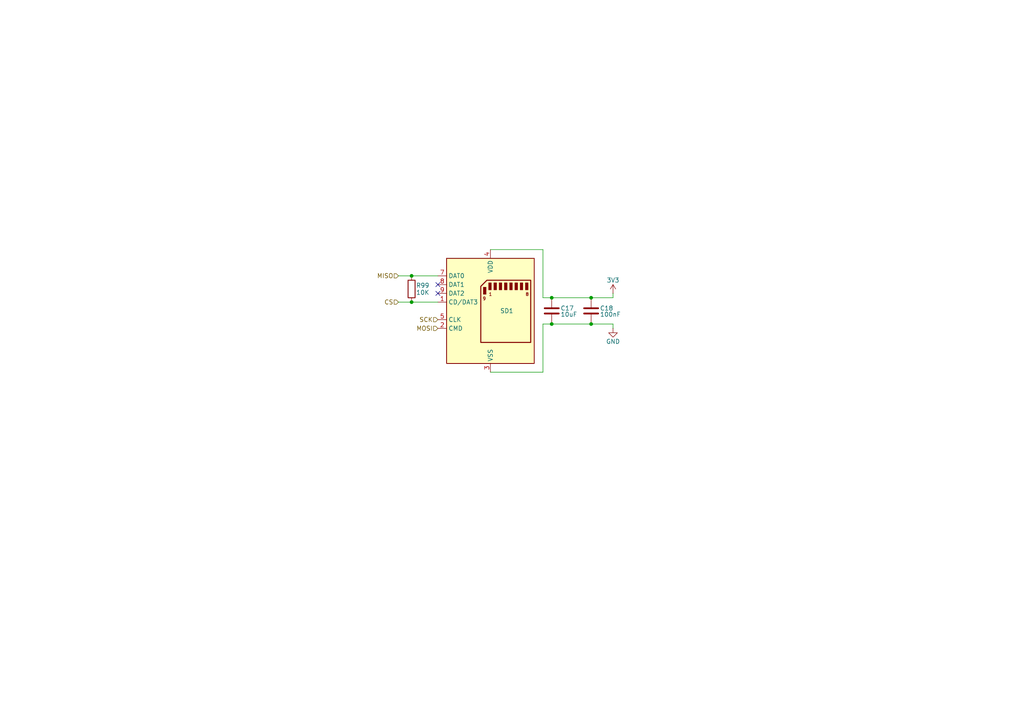
<source format=kicad_sch>
(kicad_sch
	(version 20250114)
	(generator "eeschema")
	(generator_version "9.0")
	(uuid "63fd3670-e1e3-49c5-9572-7907878f3036")
	(paper "A4")
	(lib_symbols
		(symbol "Connector:SD_Card_Device"
			(exclude_from_sim no)
			(in_bom yes)
			(on_board yes)
			(property "Reference" "J"
				(at -11.938 17.018 0)
				(effects
					(font
						(size 1.27 1.27)
					)
				)
			)
			(property "Value" "SD_Card_Device"
				(at 9.144 -17.272 0)
				(effects
					(font
						(size 1.27 1.27)
					)
				)
			)
			(property "Footprint" ""
				(at 0 0 0)
				(effects
					(font
						(size 1.27 1.27)
					)
					(hide yes)
				)
			)
			(property "Datasheet" "http://www.convict.lu/pdf/ProdManualSDCardv1.9.pdf"
				(at 0 0 0)
				(effects
					(font
						(size 1.27 1.27)
					)
					(hide yes)
				)
			)
			(property "Description" "SD card device/card"
				(at 0 0 0)
				(effects
					(font
						(size 1.27 1.27)
					)
					(hide yes)
				)
			)
			(property "ki_keywords" "connector SD"
				(at 0 0 0)
				(effects
					(font
						(size 1.27 1.27)
					)
					(hide yes)
				)
			)
			(property "ki_fp_filters" "SD*Device*"
				(at 0 0 0)
				(effects
					(font
						(size 1.27 1.27)
					)
					(hide yes)
				)
			)
			(symbol "SD_Card_Device_0_1"
				(rectangle
					(start -2.032 6.858)
					(end -1.27 4.826)
					(stroke
						(width 0)
						(type default)
					)
					(fill
						(type outline)
					)
				)
				(rectangle
					(start -0.508 8.128)
					(end 0.254 6.096)
					(stroke
						(width 0)
						(type default)
					)
					(fill
						(type outline)
					)
				)
				(rectangle
					(start 1.016 8.128)
					(end 1.778 6.096)
					(stroke
						(width 0)
						(type default)
					)
					(fill
						(type outline)
					)
				)
				(rectangle
					(start 2.54 8.128)
					(end 3.302 6.096)
					(stroke
						(width 0)
						(type default)
					)
					(fill
						(type outline)
					)
				)
				(rectangle
					(start 4.064 8.128)
					(end 4.826 6.096)
					(stroke
						(width 0)
						(type default)
					)
					(fill
						(type outline)
					)
				)
				(rectangle
					(start 5.588 8.128)
					(end 6.35 6.096)
					(stroke
						(width 0)
						(type default)
					)
					(fill
						(type outline)
					)
				)
				(rectangle
					(start 7.112 8.128)
					(end 7.874 6.096)
					(stroke
						(width 0)
						(type default)
					)
					(fill
						(type outline)
					)
				)
				(rectangle
					(start 8.636 8.128)
					(end 9.398 6.096)
					(stroke
						(width 0)
						(type default)
					)
					(fill
						(type outline)
					)
				)
				(rectangle
					(start 10.16 8.128)
					(end 10.922 6.096)
					(stroke
						(width 0)
						(type default)
					)
					(fill
						(type outline)
					)
				)
			)
			(symbol "SD_Card_Device_1_1"
				(rectangle
					(start -12.7 15.24)
					(end 12.7 -15.24)
					(stroke
						(width 0.254)
						(type default)
					)
					(fill
						(type background)
					)
				)
				(polyline
					(pts
						(xy -1.016 8.89) (xy 11.684 8.89) (xy 11.684 -9.144) (xy -2.794 -9.144) (xy -2.794 7.112) (xy -1.016 8.89)
					)
					(stroke
						(width 0.3)
						(type default)
					)
					(fill
						(type none)
					)
				)
				(text "9"
					(at -1.778 3.556 0)
					(effects
						(font
							(size 0.9 0.9)
						)
					)
				)
				(text "1"
					(at 0 4.826 0)
					(effects
						(font
							(size 0.9 0.9)
						)
					)
				)
				(text "8"
					(at 10.668 4.826 0)
					(effects
						(font
							(size 0.9 0.9)
						)
					)
				)
				(pin bidirectional line
					(at -15.24 10.16 0)
					(length 2.54)
					(name "DAT0"
						(effects
							(font
								(size 1.27 1.27)
							)
						)
					)
					(number "7"
						(effects
							(font
								(size 1.27 1.27)
							)
						)
					)
				)
				(pin bidirectional line
					(at -15.24 7.62 0)
					(length 2.54)
					(name "DAT1"
						(effects
							(font
								(size 1.27 1.27)
							)
						)
					)
					(number "8"
						(effects
							(font
								(size 1.27 1.27)
							)
						)
					)
				)
				(pin bidirectional line
					(at -15.24 5.08 0)
					(length 2.54)
					(name "DAT2"
						(effects
							(font
								(size 1.27 1.27)
							)
						)
					)
					(number "9"
						(effects
							(font
								(size 1.27 1.27)
							)
						)
					)
				)
				(pin bidirectional line
					(at -15.24 2.54 0)
					(length 2.54)
					(name "CD/DAT3"
						(effects
							(font
								(size 1.27 1.27)
							)
						)
					)
					(number "1"
						(effects
							(font
								(size 1.27 1.27)
							)
						)
					)
				)
				(pin input line
					(at -15.24 -2.54 0)
					(length 2.54)
					(name "CLK"
						(effects
							(font
								(size 1.27 1.27)
							)
						)
					)
					(number "5"
						(effects
							(font
								(size 1.27 1.27)
							)
						)
					)
				)
				(pin bidirectional line
					(at -15.24 -5.08 0)
					(length 2.54)
					(name "CMD"
						(effects
							(font
								(size 1.27 1.27)
							)
						)
					)
					(number "2"
						(effects
							(font
								(size 1.27 1.27)
							)
						)
					)
				)
				(pin power_in line
					(at 0 17.78 270)
					(length 2.54)
					(name "VDD"
						(effects
							(font
								(size 1.27 1.27)
							)
						)
					)
					(number "4"
						(effects
							(font
								(size 1.27 1.27)
							)
						)
					)
				)
				(pin power_in line
					(at 0 -17.78 90)
					(length 2.54)
					(name "VSS"
						(effects
							(font
								(size 1.27 1.27)
							)
						)
					)
					(number "3"
						(effects
							(font
								(size 1.27 1.27)
							)
						)
					)
				)
				(pin passive line
					(at 0 -17.78 90)
					(length 2.54)
					(hide yes)
					(name "VSS"
						(effects
							(font
								(size 1.27 1.27)
							)
						)
					)
					(number "6"
						(effects
							(font
								(size 1.27 1.27)
							)
						)
					)
				)
			)
			(embedded_fonts no)
		)
		(symbol "Device:C"
			(pin_numbers
				(hide yes)
			)
			(pin_names
				(offset 0.254)
			)
			(exclude_from_sim no)
			(in_bom yes)
			(on_board yes)
			(property "Reference" "C"
				(at 0.635 2.54 0)
				(effects
					(font
						(size 1.27 1.27)
					)
					(justify left)
				)
			)
			(property "Value" "C"
				(at 0.635 -2.54 0)
				(effects
					(font
						(size 1.27 1.27)
					)
					(justify left)
				)
			)
			(property "Footprint" ""
				(at 0.9652 -3.81 0)
				(effects
					(font
						(size 1.27 1.27)
					)
					(hide yes)
				)
			)
			(property "Datasheet" "~"
				(at 0 0 0)
				(effects
					(font
						(size 1.27 1.27)
					)
					(hide yes)
				)
			)
			(property "Description" "Unpolarized capacitor"
				(at 0 0 0)
				(effects
					(font
						(size 1.27 1.27)
					)
					(hide yes)
				)
			)
			(property "ki_keywords" "cap capacitor"
				(at 0 0 0)
				(effects
					(font
						(size 1.27 1.27)
					)
					(hide yes)
				)
			)
			(property "ki_fp_filters" "C_*"
				(at 0 0 0)
				(effects
					(font
						(size 1.27 1.27)
					)
					(hide yes)
				)
			)
			(symbol "C_0_1"
				(polyline
					(pts
						(xy -2.032 0.762) (xy 2.032 0.762)
					)
					(stroke
						(width 0.508)
						(type default)
					)
					(fill
						(type none)
					)
				)
				(polyline
					(pts
						(xy -2.032 -0.762) (xy 2.032 -0.762)
					)
					(stroke
						(width 0.508)
						(type default)
					)
					(fill
						(type none)
					)
				)
			)
			(symbol "C_1_1"
				(pin passive line
					(at 0 3.81 270)
					(length 2.794)
					(name "~"
						(effects
							(font
								(size 1.27 1.27)
							)
						)
					)
					(number "1"
						(effects
							(font
								(size 1.27 1.27)
							)
						)
					)
				)
				(pin passive line
					(at 0 -3.81 90)
					(length 2.794)
					(name "~"
						(effects
							(font
								(size 1.27 1.27)
							)
						)
					)
					(number "2"
						(effects
							(font
								(size 1.27 1.27)
							)
						)
					)
				)
			)
			(embedded_fonts no)
		)
		(symbol "Device:R"
			(pin_numbers
				(hide yes)
			)
			(pin_names
				(offset 0)
			)
			(exclude_from_sim no)
			(in_bom yes)
			(on_board yes)
			(property "Reference" "R"
				(at 2.032 0 90)
				(effects
					(font
						(size 1.27 1.27)
					)
				)
			)
			(property "Value" "R"
				(at 0 0 90)
				(effects
					(font
						(size 1.27 1.27)
					)
				)
			)
			(property "Footprint" ""
				(at -1.778 0 90)
				(effects
					(font
						(size 1.27 1.27)
					)
					(hide yes)
				)
			)
			(property "Datasheet" "~"
				(at 0 0 0)
				(effects
					(font
						(size 1.27 1.27)
					)
					(hide yes)
				)
			)
			(property "Description" "Resistor"
				(at 0 0 0)
				(effects
					(font
						(size 1.27 1.27)
					)
					(hide yes)
				)
			)
			(property "ki_keywords" "R res resistor"
				(at 0 0 0)
				(effects
					(font
						(size 1.27 1.27)
					)
					(hide yes)
				)
			)
			(property "ki_fp_filters" "R_*"
				(at 0 0 0)
				(effects
					(font
						(size 1.27 1.27)
					)
					(hide yes)
				)
			)
			(symbol "R_0_1"
				(rectangle
					(start -1.016 -2.54)
					(end 1.016 2.54)
					(stroke
						(width 0.254)
						(type default)
					)
					(fill
						(type none)
					)
				)
			)
			(symbol "R_1_1"
				(pin passive line
					(at 0 3.81 270)
					(length 1.27)
					(name "~"
						(effects
							(font
								(size 1.27 1.27)
							)
						)
					)
					(number "1"
						(effects
							(font
								(size 1.27 1.27)
							)
						)
					)
				)
				(pin passive line
					(at 0 -3.81 90)
					(length 1.27)
					(name "~"
						(effects
							(font
								(size 1.27 1.27)
							)
						)
					)
					(number "2"
						(effects
							(font
								(size 1.27 1.27)
							)
						)
					)
				)
			)
			(embedded_fonts no)
		)
		(symbol "power:GND"
			(power)
			(pin_numbers
				(hide yes)
			)
			(pin_names
				(offset 0)
				(hide yes)
			)
			(exclude_from_sim no)
			(in_bom yes)
			(on_board yes)
			(property "Reference" "#PWR"
				(at 0 -6.35 0)
				(effects
					(font
						(size 1.27 1.27)
					)
					(hide yes)
				)
			)
			(property "Value" "GND"
				(at 0 -3.81 0)
				(effects
					(font
						(size 1.27 1.27)
					)
				)
			)
			(property "Footprint" ""
				(at 0 0 0)
				(effects
					(font
						(size 1.27 1.27)
					)
					(hide yes)
				)
			)
			(property "Datasheet" ""
				(at 0 0 0)
				(effects
					(font
						(size 1.27 1.27)
					)
					(hide yes)
				)
			)
			(property "Description" "Power symbol creates a global label with name \"GND\" , ground"
				(at 0 0 0)
				(effects
					(font
						(size 1.27 1.27)
					)
					(hide yes)
				)
			)
			(property "ki_keywords" "global power"
				(at 0 0 0)
				(effects
					(font
						(size 1.27 1.27)
					)
					(hide yes)
				)
			)
			(symbol "GND_0_1"
				(polyline
					(pts
						(xy 0 0) (xy 0 -1.27) (xy 1.27 -1.27) (xy 0 -2.54) (xy -1.27 -1.27) (xy 0 -1.27)
					)
					(stroke
						(width 0)
						(type default)
					)
					(fill
						(type none)
					)
				)
			)
			(symbol "GND_1_1"
				(pin power_in line
					(at 0 0 270)
					(length 0)
					(name "~"
						(effects
							(font
								(size 1.27 1.27)
							)
						)
					)
					(number "1"
						(effects
							(font
								(size 1.27 1.27)
							)
						)
					)
				)
			)
			(embedded_fonts no)
		)
		(symbol "power:VCC"
			(power)
			(pin_numbers
				(hide yes)
			)
			(pin_names
				(offset 0)
				(hide yes)
			)
			(exclude_from_sim no)
			(in_bom yes)
			(on_board yes)
			(property "Reference" "#PWR"
				(at 0 -3.81 0)
				(effects
					(font
						(size 1.27 1.27)
					)
					(hide yes)
				)
			)
			(property "Value" "VCC"
				(at 0 3.556 0)
				(effects
					(font
						(size 1.27 1.27)
					)
				)
			)
			(property "Footprint" ""
				(at 0 0 0)
				(effects
					(font
						(size 1.27 1.27)
					)
					(hide yes)
				)
			)
			(property "Datasheet" ""
				(at 0 0 0)
				(effects
					(font
						(size 1.27 1.27)
					)
					(hide yes)
				)
			)
			(property "Description" "Power symbol creates a global label with name \"VCC\""
				(at 0 0 0)
				(effects
					(font
						(size 1.27 1.27)
					)
					(hide yes)
				)
			)
			(property "ki_keywords" "global power"
				(at 0 0 0)
				(effects
					(font
						(size 1.27 1.27)
					)
					(hide yes)
				)
			)
			(symbol "VCC_0_1"
				(polyline
					(pts
						(xy -0.762 1.27) (xy 0 2.54)
					)
					(stroke
						(width 0)
						(type default)
					)
					(fill
						(type none)
					)
				)
				(polyline
					(pts
						(xy 0 2.54) (xy 0.762 1.27)
					)
					(stroke
						(width 0)
						(type default)
					)
					(fill
						(type none)
					)
				)
				(polyline
					(pts
						(xy 0 0) (xy 0 2.54)
					)
					(stroke
						(width 0)
						(type default)
					)
					(fill
						(type none)
					)
				)
			)
			(symbol "VCC_1_1"
				(pin power_in line
					(at 0 0 90)
					(length 0)
					(name "~"
						(effects
							(font
								(size 1.27 1.27)
							)
						)
					)
					(number "1"
						(effects
							(font
								(size 1.27 1.27)
							)
						)
					)
				)
			)
			(embedded_fonts no)
		)
	)
	(junction
		(at 171.45 86.36)
		(diameter 0)
		(color 0 0 0 0)
		(uuid "2e8248aa-6535-4b96-89fc-e4d1700c80b6")
	)
	(junction
		(at 171.45 93.98)
		(diameter 0)
		(color 0 0 0 0)
		(uuid "3f16a081-7ba1-4b64-8305-a3646586a83f")
	)
	(junction
		(at 160.02 86.36)
		(diameter 0)
		(color 0 0 0 0)
		(uuid "935ebead-ab03-4ab0-9da0-6ca2803a1cc4")
	)
	(junction
		(at 160.02 93.98)
		(diameter 0)
		(color 0 0 0 0)
		(uuid "9651a1bf-e005-49a5-9382-a441b5b333a7")
	)
	(junction
		(at 119.38 87.63)
		(diameter 0)
		(color 0 0 0 0)
		(uuid "baa173e5-ea30-454c-911a-5afaaa06559a")
	)
	(junction
		(at 119.38 80.01)
		(diameter 0)
		(color 0 0 0 0)
		(uuid "f5218738-05d7-418e-a532-6d410ba946d7")
	)
	(no_connect
		(at 127 85.09)
		(uuid "4a8f9501-2f98-458f-8003-590cfc7c43ec")
	)
	(no_connect
		(at 127 82.55)
		(uuid "f03bb685-8c11-48fd-ad9d-914493aefb2a")
	)
	(wire
		(pts
			(xy 177.8 95.25) (xy 177.8 93.98)
		)
		(stroke
			(width 0)
			(type default)
		)
		(uuid "06e0e6a5-e69f-4b12-a095-8f112ec24021")
	)
	(wire
		(pts
			(xy 177.8 86.36) (xy 171.45 86.36)
		)
		(stroke
			(width 0)
			(type default)
		)
		(uuid "0a2e71a5-1d0e-4c0c-a259-e93957748efc")
	)
	(wire
		(pts
			(xy 171.45 93.98) (xy 160.02 93.98)
		)
		(stroke
			(width 0)
			(type default)
		)
		(uuid "12b80dc5-3475-4d4c-83d7-8fd1ef811608")
	)
	(wire
		(pts
			(xy 157.48 72.39) (xy 157.48 86.36)
		)
		(stroke
			(width 0)
			(type default)
		)
		(uuid "182dc8da-573b-4163-bed6-8abd4120060c")
	)
	(wire
		(pts
			(xy 119.38 80.01) (xy 127 80.01)
		)
		(stroke
			(width 0)
			(type default)
		)
		(uuid "41a56295-bdca-4ac5-84a5-2aaa88a75f22")
	)
	(wire
		(pts
			(xy 177.8 93.98) (xy 171.45 93.98)
		)
		(stroke
			(width 0)
			(type default)
		)
		(uuid "66686a58-cc23-4cc5-9ee2-ca1c085fc5aa")
	)
	(wire
		(pts
			(xy 171.45 86.36) (xy 160.02 86.36)
		)
		(stroke
			(width 0)
			(type default)
		)
		(uuid "6a57dddb-1774-4326-ac43-c92eb63fa4ba")
	)
	(wire
		(pts
			(xy 115.57 80.01) (xy 119.38 80.01)
		)
		(stroke
			(width 0)
			(type default)
		)
		(uuid "83ff323b-7103-4d7d-83f4-58ef85201b29")
	)
	(wire
		(pts
			(xy 160.02 86.36) (xy 157.48 86.36)
		)
		(stroke
			(width 0)
			(type default)
		)
		(uuid "8882a5e2-10e1-4012-89b1-2e1d15f2d247")
	)
	(wire
		(pts
			(xy 119.38 87.63) (xy 127 87.63)
		)
		(stroke
			(width 0)
			(type default)
		)
		(uuid "8f673b50-8706-4a2e-997f-a5ba2e874be0")
	)
	(wire
		(pts
			(xy 160.02 93.98) (xy 157.48 93.98)
		)
		(stroke
			(width 0)
			(type default)
		)
		(uuid "a4188b31-3552-4a22-ab45-fa9a89491d43")
	)
	(wire
		(pts
			(xy 157.48 93.98) (xy 157.48 107.95)
		)
		(stroke
			(width 0)
			(type default)
		)
		(uuid "b9ae456c-e782-417a-b98a-f7da617e1bc2")
	)
	(wire
		(pts
			(xy 115.57 87.63) (xy 119.38 87.63)
		)
		(stroke
			(width 0)
			(type default)
		)
		(uuid "bdcc6fcb-3491-42ae-880b-e7e9abcb2867")
	)
	(wire
		(pts
			(xy 157.48 107.95) (xy 142.24 107.95)
		)
		(stroke
			(width 0)
			(type default)
		)
		(uuid "ce441a6a-455f-4ffd-9a75-ada6d51003b0")
	)
	(wire
		(pts
			(xy 177.8 85.09) (xy 177.8 86.36)
		)
		(stroke
			(width 0)
			(type default)
		)
		(uuid "d7912651-e5a9-4106-b147-5e846bed0ec9")
	)
	(wire
		(pts
			(xy 142.24 72.39) (xy 157.48 72.39)
		)
		(stroke
			(width 0)
			(type default)
		)
		(uuid "d9de40db-b9ef-4211-9fc7-cf10c6560200")
	)
	(hierarchical_label "MOSI"
		(shape input)
		(at 127 95.25 180)
		(effects
			(font
				(size 1.27 1.27)
			)
			(justify right)
		)
		(uuid "5698fef7-f02e-48b6-91d2-7312733bfc1f")
	)
	(hierarchical_label "SCK"
		(shape input)
		(at 127 92.71 180)
		(effects
			(font
				(size 1.27 1.27)
			)
			(justify right)
		)
		(uuid "5698fef7-f02e-48b6-91d2-7312733bfc20")
	)
	(hierarchical_label "CS"
		(shape input)
		(at 115.57 87.63 180)
		(effects
			(font
				(size 1.27 1.27)
			)
			(justify right)
		)
		(uuid "5698fef7-f02e-48b6-91d2-7312733bfc21")
	)
	(hierarchical_label "MISO"
		(shape input)
		(at 115.57 80.01 180)
		(effects
			(font
				(size 1.27 1.27)
			)
			(justify right)
		)
		(uuid "5698fef7-f02e-48b6-91d2-7312733bfc22")
	)
	(symbol
		(lib_id "power:VCC")
		(at 177.8 85.09 0)
		(unit 1)
		(exclude_from_sim no)
		(in_bom yes)
		(on_board yes)
		(dnp no)
		(uuid "313b1fde-e2bb-43a1-af26-c5c2bbc0b952")
		(property "Reference" "#PWR020"
			(at 177.8 88.9 0)
			(effects
				(font
					(size 1.27 1.27)
				)
				(hide yes)
			)
		)
		(property "Value" "3V3"
			(at 177.8 81.28 0)
			(effects
				(font
					(size 1.27 1.27)
				)
			)
		)
		(property "Footprint" ""
			(at 177.8 85.09 0)
			(effects
				(font
					(size 1.27 1.27)
				)
				(hide yes)
			)
		)
		(property "Datasheet" ""
			(at 177.8 85.09 0)
			(effects
				(font
					(size 1.27 1.27)
				)
				(hide yes)
			)
		)
		(property "Description" "Power symbol creates a global label with name \"VCC\""
			(at 177.8 85.09 0)
			(effects
				(font
					(size 1.27 1.27)
				)
				(hide yes)
			)
		)
		(pin "1"
			(uuid "a7cd71c5-81a9-42eb-a1d2-638dd64ed482")
		)
		(instances
			(project "car"
				(path "/d4bcaa97-404f-4040-88d9-84162ce8c00c/8bf896e7-f67d-40c3-a1d3-ca6ef9c3dd94"
					(reference "#PWR020")
					(unit 1)
				)
			)
		)
	)
	(symbol
		(lib_id "Device:C")
		(at 160.02 90.17 0)
		(unit 1)
		(exclude_from_sim no)
		(in_bom yes)
		(on_board yes)
		(dnp no)
		(uuid "324967a6-63c2-41c3-8701-7d8ba324bff2")
		(property "Reference" "C17"
			(at 162.56 89.408 0)
			(effects
				(font
					(size 1.27 1.27)
				)
				(justify left)
			)
		)
		(property "Value" "10uF"
			(at 162.56 91.186 0)
			(effects
				(font
					(size 1.27 1.27)
				)
				(justify left)
			)
		)
		(property "Footprint" "Capacitor_SMD:C_0603_1608Metric_Pad1.08x0.95mm_HandSolder"
			(at 160.9852 93.98 0)
			(effects
				(font
					(size 1.27 1.27)
				)
				(hide yes)
			)
		)
		(property "Datasheet" "~"
			(at 160.02 90.17 0)
			(effects
				(font
					(size 1.27 1.27)
				)
				(hide yes)
			)
		)
		(property "Description" "Unpolarized capacitor"
			(at 160.02 90.17 0)
			(effects
				(font
					(size 1.27 1.27)
				)
				(hide yes)
			)
		)
		(pin "2"
			(uuid "5466e262-5068-451f-8d39-5e792d78caef")
		)
		(pin "1"
			(uuid "ba8f80ff-4ce2-4389-a400-f30e67319be6")
		)
		(instances
			(project "car"
				(path "/d4bcaa97-404f-4040-88d9-84162ce8c00c/8bf896e7-f67d-40c3-a1d3-ca6ef9c3dd94"
					(reference "C17")
					(unit 1)
				)
			)
		)
	)
	(symbol
		(lib_id "Device:R")
		(at 119.38 83.82 0)
		(unit 1)
		(exclude_from_sim no)
		(in_bom yes)
		(on_board yes)
		(dnp no)
		(uuid "38892b8e-d83e-45a8-a3eb-5449d69c3253")
		(property "Reference" "R99"
			(at 120.65 82.804 0)
			(effects
				(font
					(size 1.27 1.27)
				)
				(justify left)
			)
		)
		(property "Value" "10K"
			(at 120.65 84.836 0)
			(effects
				(font
					(size 1.27 1.27)
				)
				(justify left)
			)
		)
		(property "Footprint" "Resistor_SMD:R_0603_1608Metric_Pad0.98x0.95mm_HandSolder"
			(at 117.602 83.82 90)
			(effects
				(font
					(size 1.27 1.27)
				)
				(hide yes)
			)
		)
		(property "Datasheet" "~"
			(at 119.38 83.82 0)
			(effects
				(font
					(size 1.27 1.27)
				)
				(hide yes)
			)
		)
		(property "Description" "Resistor"
			(at 119.38 83.82 0)
			(effects
				(font
					(size 1.27 1.27)
				)
				(hide yes)
			)
		)
		(pin "2"
			(uuid "912be0b9-0644-420f-a511-46df5b42cadf")
		)
		(pin "1"
			(uuid "83a5b5b5-20a9-4259-aedc-c714daf79fc1")
		)
		(instances
			(project "car"
				(path "/d4bcaa97-404f-4040-88d9-84162ce8c00c/8bf896e7-f67d-40c3-a1d3-ca6ef9c3dd94"
					(reference "R99")
					(unit 1)
				)
			)
		)
	)
	(symbol
		(lib_id "power:GND")
		(at 177.8 95.25 0)
		(unit 1)
		(exclude_from_sim no)
		(in_bom yes)
		(on_board yes)
		(dnp no)
		(uuid "3ea0ee1a-0cba-4e96-9830-3f9970c7f4f5")
		(property "Reference" "#PWR021"
			(at 177.8 101.6 0)
			(effects
				(font
					(size 1.27 1.27)
				)
				(hide yes)
			)
		)
		(property "Value" "GND"
			(at 177.8 99.06 0)
			(effects
				(font
					(size 1.27 1.27)
				)
			)
		)
		(property "Footprint" ""
			(at 177.8 95.25 0)
			(effects
				(font
					(size 1.27 1.27)
				)
				(hide yes)
			)
		)
		(property "Datasheet" ""
			(at 177.8 95.25 0)
			(effects
				(font
					(size 1.27 1.27)
				)
				(hide yes)
			)
		)
		(property "Description" "Power symbol creates a global label with name \"GND\" , ground"
			(at 177.8 95.25 0)
			(effects
				(font
					(size 1.27 1.27)
				)
				(hide yes)
			)
		)
		(pin "1"
			(uuid "a0927157-b2a8-4164-bfbf-3871d6dbca77")
		)
		(instances
			(project "car"
				(path "/d4bcaa97-404f-4040-88d9-84162ce8c00c/8bf896e7-f67d-40c3-a1d3-ca6ef9c3dd94"
					(reference "#PWR021")
					(unit 1)
				)
			)
		)
	)
	(symbol
		(lib_id "Device:C")
		(at 171.45 90.17 0)
		(unit 1)
		(exclude_from_sim no)
		(in_bom yes)
		(on_board yes)
		(dnp no)
		(uuid "814a8f7b-e4eb-4ceb-80a2-391350dd7465")
		(property "Reference" "C18"
			(at 173.99 89.408 0)
			(effects
				(font
					(size 1.27 1.27)
				)
				(justify left)
			)
		)
		(property "Value" "100nF"
			(at 173.99 91.186 0)
			(effects
				(font
					(size 1.27 1.27)
				)
				(justify left)
			)
		)
		(property "Footprint" "Capacitor_SMD:C_0603_1608Metric_Pad1.08x0.95mm_HandSolder"
			(at 172.4152 93.98 0)
			(effects
				(font
					(size 1.27 1.27)
				)
				(hide yes)
			)
		)
		(property "Datasheet" "~"
			(at 171.45 90.17 0)
			(effects
				(font
					(size 1.27 1.27)
				)
				(hide yes)
			)
		)
		(property "Description" "Unpolarized capacitor"
			(at 171.45 90.17 0)
			(effects
				(font
					(size 1.27 1.27)
				)
				(hide yes)
			)
		)
		(pin "2"
			(uuid "b326aec3-f5bb-49f3-a7eb-9634e51a0e5b")
		)
		(pin "1"
			(uuid "7aafbb84-10f8-4ab3-a71a-947d40043c1c")
		)
		(instances
			(project "car"
				(path "/d4bcaa97-404f-4040-88d9-84162ce8c00c/8bf896e7-f67d-40c3-a1d3-ca6ef9c3dd94"
					(reference "C18")
					(unit 1)
				)
			)
		)
	)
	(symbol
		(lib_id "Connector:SD_Card_Device")
		(at 142.24 90.17 0)
		(unit 1)
		(exclude_from_sim no)
		(in_bom yes)
		(on_board yes)
		(dnp no)
		(uuid "8e7b79d3-7498-4cf9-9daa-936359c2a145")
		(property "Reference" "SD1"
			(at 145.034 90.17 0)
			(effects
				(font
					(size 1.27 1.27)
				)
				(justify left)
			)
		)
		(property "Value" "SD_Card_Device"
			(at 124.714 73.406 0)
			(effects
				(font
					(size 1.27 1.27)
				)
				(justify left)
				(hide yes)
			)
		)
		(property "Footprint" "air_sens_foots:SD_SLOT"
			(at 142.24 90.17 0)
			(effects
				(font
					(size 1.27 1.27)
				)
				(hide yes)
			)
		)
		(property "Datasheet" "http://www.convict.lu/pdf/ProdManualSDCardv1.9.pdf"
			(at 142.24 90.17 0)
			(effects
				(font
					(size 1.27 1.27)
				)
				(hide yes)
			)
		)
		(property "Description" "SD card device/card"
			(at 142.24 90.17 0)
			(effects
				(font
					(size 1.27 1.27)
				)
				(hide yes)
			)
		)
		(pin "1"
			(uuid "74a60fef-dda0-4cb7-b4a4-be2c75dc7f3a")
		)
		(pin "7"
			(uuid "38aa8e8b-f247-4b92-a6a7-7aff0b1c3bbe")
		)
		(pin "5"
			(uuid "9ca7c929-00b5-4e7f-a932-f172d4d4edf1")
		)
		(pin "2"
			(uuid "94ad6508-f5e1-4ae2-87e9-31056e07df4d")
		)
		(pin "6"
			(uuid "efe9b856-9c8a-4ead-98be-2c8791fa1e34")
		)
		(pin "8"
			(uuid "680fcac4-1b61-44e2-9511-0deafd8c2258")
		)
		(pin "9"
			(uuid "28d18b30-c1d2-4b19-b2b6-4c9664116993")
		)
		(pin "4"
			(uuid "84c6e3a0-5a52-4824-b13f-2fe76fc8bcbf")
		)
		(pin "3"
			(uuid "c29da46a-de9e-469e-be51-62d3f5dedf71")
		)
		(instances
			(project "car"
				(path "/d4bcaa97-404f-4040-88d9-84162ce8c00c/8bf896e7-f67d-40c3-a1d3-ca6ef9c3dd94"
					(reference "SD1")
					(unit 1)
				)
			)
		)
	)
)

</source>
